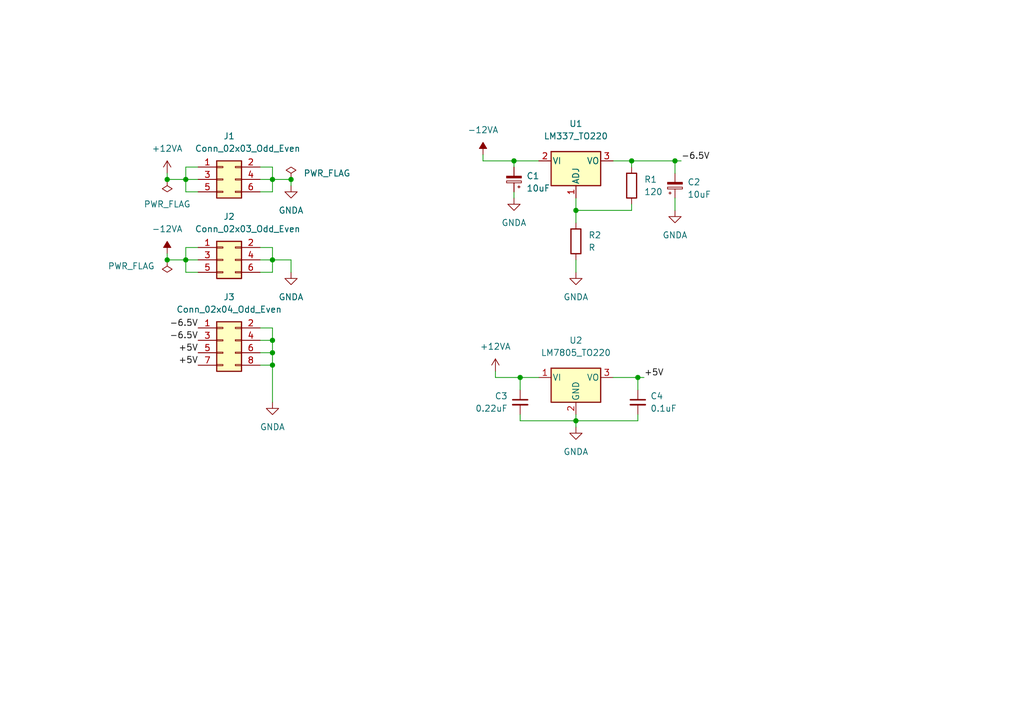
<source format=kicad_sch>
(kicad_sch (version 20211123) (generator eeschema)
  (paper "A5")
  (lib_symbols
    (symbol "Connector_Generic:Conn_02x03_Odd_Even" (pin_names (offset 1.016) hide)
      (property "Reference" "J" (at 1.27 5.08 0))
      (property "Value" "Conn_02x03_Odd_Even" (at 1.27 -5.08 0))
      (symbol "Conn_02x03_Odd_Even_1_1"
        (rectangle (start -1.27 -2.413) (end 0 -2.667) (stroke (width 0.1524)))
        (rectangle (start -1.27 0.127) (end 0 -0.127) (stroke (width 0.1524)))
        (rectangle (start -1.27 2.667) (end 0 2.413) (stroke (width 0.1524)))
        (rectangle (start -1.27 3.81) (end 3.81 -3.81) (stroke (width 0.254)) (fill (type background)))
        (rectangle (start 3.81 -2.413) (end 2.54 -2.667) (stroke (width 0.1524)))
        (rectangle (start 3.81 0.127) (end 2.54 -0.127) (stroke (width 0.1524)))
        (rectangle (start 3.81 2.667) (end 2.54 2.413) (stroke (width 0.1524)))
        (pin passive line (at -5.08 2.54 0) (length 3.81) (name "Pin_1") (number "1"))
        (pin passive line (at 7.62 2.54 180) (length 3.81) (name "Pin_2") (number "2"))
        (pin passive line (at -5.08 0 0) (length 3.81) (name "Pin_3") (number "3"))
        (pin passive line (at 7.62 0 180) (length 3.81) (name "Pin_4") (number "4"))
        (pin passive line (at -5.08 -2.54 0) (length 3.81) (name "Pin_5") (number "5"))
        (pin passive line (at 7.62 -2.54 180) (length 3.81) (name "Pin_6") (number "6"))
      )
    )
    (symbol "Connector_Generic:Conn_02x04_Odd_Even" (pin_names (offset 1.016) hide)
      (property "Reference" "J" (at 1.27 5.08 0))
      (property "Value" "Conn_02x04_Odd_Even" (at 1.27 -7.62 0))
      (symbol "Conn_02x04_Odd_Even_1_1"
        (rectangle (start -1.27 -4.953) (end 0 -5.207) (stroke (width 0.1524)))
        (rectangle (start -1.27 -2.413) (end 0 -2.667) (stroke (width 0.1524)))
        (rectangle (start -1.27 0.127) (end 0 -0.127) (stroke (width 0.1524)))
        (rectangle (start -1.27 2.667) (end 0 2.413) (stroke (width 0.1524)))
        (rectangle (start -1.27 3.81) (end 3.81 -6.35) (stroke (width 0.254)) (fill (type background)))
        (rectangle (start 3.81 -4.953) (end 2.54 -5.207) (stroke (width 0.1524)))
        (rectangle (start 3.81 -2.413) (end 2.54 -2.667) (stroke (width 0.1524)))
        (rectangle (start 3.81 0.127) (end 2.54 -0.127) (stroke (width 0.1524)))
        (rectangle (start 3.81 2.667) (end 2.54 2.413) (stroke (width 0.1524)))
        (pin passive line (at -5.08 2.54 0) (length 3.81) (name "Pin_1") (number "1"))
        (pin passive line (at 7.62 2.54 180) (length 3.81) (name "Pin_2") (number "2"))
        (pin passive line (at -5.08 0 0) (length 3.81) (name "Pin_3") (number "3"))
        (pin passive line (at 7.62 0 180) (length 3.81) (name "Pin_4") (number "4"))
        (pin passive line (at -5.08 -2.54 0) (length 3.81) (name "Pin_5") (number "5"))
        (pin passive line (at 7.62 -2.54 180) (length 3.81) (name "Pin_6") (number "6"))
        (pin passive line (at -5.08 -5.08 0) (length 3.81) (name "Pin_7") (number "7"))
        (pin passive line (at 7.62 -5.08 180) (length 3.81) (name "Pin_8") (number "8"))
      )
    )
    (symbol "Device:C_Polarized_Small" (pin_numbers hide) (pin_names (offset 0.254) hide)
      (property "Reference" "C" (at 0.254 1.778 0))
      (property "Value" "C_Polarized_Small" (at 0.254 -2.032 0))
      (symbol "C_Polarized_Small_0_1"
        (rectangle (start -1.524 -0.3048) (end 1.524 -0.6858) (fill (type outline)))
        (rectangle (start -1.524 0.6858) (end 1.524 0.3048))
        (polyline (pts (xy -1.27 1.524) (xy -0.762 1.524)))
        (polyline (pts (xy -1.016 1.27) (xy -1.016 1.778)))
      )
      (symbol "C_Polarized_Small_1_1"
        (pin passive line (at 0 2.54 270) (length 1.8542) (name "~") (number "1"))
        (pin passive line (at 0 -2.54 90) (length 1.8542) (name "~") (number "2"))
      )
    )
    (symbol "Device:C_Small" (pin_numbers hide) (pin_names (offset 0.254) hide)
      (property "Reference" "C" (at 0.254 1.778 0))
      (property "Value" "C_Small" (at 0.254 -2.032 0))
      (symbol "C_Small_0_1"
        (polyline (pts (xy -1.524 -0.508) (xy 1.524 -0.508)) (stroke (width 0.3302)))
        (polyline (pts (xy -1.524 0.508) (xy 1.524 0.508)) (stroke (width 0.3048)))
      )
      (symbol "C_Small_1_1"
        (pin passive line (at 0 2.54 270) (length 2.032) (name "~") (number "1"))
        (pin passive line (at 0 -2.54 90) (length 2.032) (name "~") (number "2"))
      )
    )
    (symbol "Device:R" (pin_numbers hide) (pin_names (offset 0))
      (property "Reference" "R" (at 2.032 0 90))
      (property "Value" "R" (at 0 0 90))
      (symbol "R_0_1"
        (rectangle (start -1.016 -2.54) (end 1.016 2.54) (stroke (width 0.254)))
      )
      (symbol "R_1_1"
        (pin passive line (at 0 3.81 270) (length 1.27) (name "~") (number "1"))
        (pin passive line (at 0 -3.81 90) (length 1.27) (name "~") (number "2"))
      )
    )
    (symbol "Regulator_Linear:LM337_TO220" (pin_names (offset 0.254))
      (property "Reference" "U" (at -3.81 -3.175 0))
      (property "Value" "LM337_TO220" (at 0 -3.175 0))
      (symbol "LM337_TO220_0_1"
        (rectangle (start -5.08 5.08) (end 5.08 -1.905) (stroke (width 0.254)) (fill (type background)))
      )
      (symbol "LM337_TO220_1_1"
        (pin input line (at 0 7.62 270) (length 2.54) (name "ADJ") (number "1"))
        (pin power_in line (at -7.62 0 0) (length 2.54) (name "VI") (number "2"))
        (pin power_out line (at 7.62 0 180) (length 2.54) (name "VO") (number "3"))
      )
    )
    (symbol "Regulator_Linear:LM7805_TO220" (pin_names (offset 0.254))
      (property "Reference" "U" (at -3.81 3.175 0))
      (property "Value" "LM7805_TO220" (at 0 3.175 0))
      (symbol "LM7805_TO220_0_1"
        (rectangle (start -5.08 1.905) (end 5.08 -5.08) (stroke (width 0.254)) (fill (type background)))
      )
      (symbol "LM7805_TO220_1_1"
        (pin power_in line (at -7.62 0 0) (length 2.54) (name "VI") (number "1"))
        (pin power_in line (at 0 -7.62 90) (length 2.54) (name "GND") (number "2"))
        (pin power_out line (at 7.62 0 180) (length 2.54) (name "VO") (number "3"))
      )
    )
    (symbol "power:+12VA" (power) (pin_names (offset 0))
      (property "Value" "+12VA" (at 0 3.556 0))
      (symbol "+12VA_0_1"
        (polyline (pts (xy -0.762 1.27) (xy 0 2.54)))
        (polyline (pts (xy 0 0) (xy 0 2.54)))
        (polyline (pts (xy 0 2.54) (xy 0.762 1.27)))
      )
      (symbol "+12VA_1_1"
        (pin power_in line (at 0 0 90) (length 0) hide (name "+12VA") (number "1"))
      )
    )
    (symbol "power:-12VA" (power) (pin_names (offset 0))
      (property "Value" "-12VA" (at 0 3.556 0))
      (symbol "-12VA_0_0"
        (pin power_in line (at 0 0 90) (length 0) hide (name "-12VA") (number "1"))
      )
      (symbol "-12VA_0_1"
        (polyline (pts (xy 0 0) (xy 0 1.27) (xy 0.762 1.27) (xy 0 2.54) (xy -0.762 1.27) (xy 0 1.27)) (fill (type outline)))
      )
    )
    (symbol "power:GNDA" (power) (pin_names (offset 0))
      (property "Value" "GNDA" (at 0 -3.81 0))
      (symbol "GNDA_0_1"
        (polyline (pts (xy 0 0) (xy 0 -1.27) (xy 1.27 -1.27) (xy 0 -2.54) (xy -1.27 -1.27) (xy 0 -1.27)))
      )
      (symbol "GNDA_1_1"
        (pin power_in line (at 0 0 270) (length 0) hide (name "GNDA") (number "1"))
      )
    )
    (symbol "power:PWR_FLAG" (power) (pin_numbers hide) (pin_names (offset 0) hide)
      (property "Value" "PWR_FLAG" (at 0 3.81 0))
      (symbol "PWR_FLAG_0_0"
        (pin power_out line (at 0 0 90) (length 0) (name "pwr") (number "1"))
      )
      (symbol "PWR_FLAG_0_1"
        (polyline (pts (xy 0 0) (xy 0 1.27) (xy -1.016 1.905) (xy 0 2.54) (xy 1.016 1.905) (xy 0 1.27)))
      )
    )
  )
  (junction (at 55.88 69.85))
  (junction (at 55.88 36.83))
  (junction (at 118.11 86.36))
  (junction (at 55.88 74.93))
  (junction (at 55.88 72.39))
  (junction (at 118.11 43.18))
  (junction (at 38.1 36.83))
  (junction (at 129.54 33.02))
  (junction (at 55.88 53.34))
  (junction (at 105.41 33.02))
  (junction (at 138.43 33.02))
  (junction (at 59.69 36.83))
  (junction (at 34.29 53.34))
  (junction (at 130.81 77.47))
  (junction (at 38.1 53.34))
  (junction (at 106.68 77.47))
  (junction (at 34.29 36.83))
  (wire (pts (xy 129.54 33.02) (xy 138.43 33.02)))
  (wire (pts (xy 118.11 43.18) (xy 118.11 45.72)))
  (wire (pts (xy 130.81 85.09) (xy 130.81 86.36)))
  (wire (pts (xy 40.64 55.88) (xy 38.1 55.88)))
  (wire (pts (xy 130.81 77.47) (xy 132.08 77.47)))
  (wire (pts (xy 118.11 43.18) (xy 129.54 43.18)))
  (wire (pts (xy 118.11 40.64) (xy 118.11 43.18)))
  (wire (pts (xy 59.69 38.1) (xy 59.69 36.83)))
  (wire (pts (xy 40.64 39.37) (xy 38.1 39.37)))
  (wire (pts (xy 101.6 76.2) (xy 101.6 77.47)))
  (wire (pts (xy 53.34 67.31) (xy 55.88 67.31)))
  (wire (pts (xy 53.34 55.88) (xy 55.88 55.88)))
  (wire (pts (xy 55.88 74.93) (xy 53.34 74.93)))
  (wire (pts (xy 105.41 34.29) (xy 105.41 33.02)))
  (wire (pts (xy 118.11 85.09) (xy 118.11 86.36)))
  (wire (pts (xy 55.88 69.85) (xy 55.88 72.39)))
  (wire (pts (xy 129.54 33.02) (xy 129.54 34.29)))
  (wire (pts (xy 138.43 40.64) (xy 138.43 43.18)))
  (wire (pts (xy 105.41 39.37) (xy 105.41 40.64)))
  (wire (pts (xy 55.88 50.8) (xy 55.88 53.34)))
  (wire (pts (xy 106.68 77.47) (xy 110.49 77.47)))
  (wire (pts (xy 38.1 53.34) (xy 38.1 55.88)))
  (wire (pts (xy 53.34 53.34) (xy 55.88 53.34)))
  (wire (pts (xy 38.1 36.83) (xy 40.64 36.83)))
  (wire (pts (xy 34.29 36.83) (xy 38.1 36.83)))
  (wire (pts (xy 53.34 72.39) (xy 55.88 72.39)))
  (wire (pts (xy 130.81 80.01) (xy 130.81 77.47)))
  (wire (pts (xy 38.1 50.8) (xy 38.1 53.34)))
  (wire (pts (xy 55.88 53.34) (xy 59.69 53.34)))
  (wire (pts (xy 53.34 50.8) (xy 55.88 50.8)))
  (wire (pts (xy 55.88 53.34) (xy 55.88 55.88)))
  (wire (pts (xy 38.1 36.83) (xy 38.1 39.37)))
  (wire (pts (xy 34.29 53.34) (xy 38.1 53.34)))
  (wire (pts (xy 53.34 34.29) (xy 55.88 34.29)))
  (wire (pts (xy 125.73 33.02) (xy 129.54 33.02)))
  (wire (pts (xy 55.88 67.31) (xy 55.88 69.85)))
  (wire (pts (xy 55.88 36.83) (xy 55.88 39.37)))
  (wire (pts (xy 55.88 74.93) (xy 55.88 82.55)))
  (wire (pts (xy 34.29 35.56) (xy 34.29 36.83)))
  (wire (pts (xy 99.06 31.75) (xy 99.06 33.02)))
  (wire (pts (xy 138.43 33.02) (xy 139.7 33.02)))
  (wire (pts (xy 34.29 52.07) (xy 34.29 53.34)))
  (wire (pts (xy 106.68 85.09) (xy 106.68 86.36)))
  (wire (pts (xy 40.64 34.29) (xy 38.1 34.29)))
  (wire (pts (xy 118.11 86.36) (xy 118.11 87.63)))
  (wire (pts (xy 138.43 35.56) (xy 138.43 33.02)))
  (wire (pts (xy 55.88 36.83) (xy 59.69 36.83)))
  (wire (pts (xy 125.73 77.47) (xy 130.81 77.47)))
  (wire (pts (xy 106.68 86.36) (xy 118.11 86.36)))
  (wire (pts (xy 55.88 34.29) (xy 55.88 36.83)))
  (wire (pts (xy 101.6 77.47) (xy 106.68 77.47)))
  (wire (pts (xy 99.06 33.02) (xy 105.41 33.02)))
  (wire (pts (xy 55.88 36.83) (xy 53.34 36.83)))
  (wire (pts (xy 53.34 39.37) (xy 55.88 39.37)))
  (wire (pts (xy 118.11 86.36) (xy 130.81 86.36)))
  (wire (pts (xy 38.1 34.29) (xy 38.1 36.83)))
  (wire (pts (xy 53.34 69.85) (xy 55.88 69.85)))
  (wire (pts (xy 106.68 77.47) (xy 106.68 80.01)))
  (wire (pts (xy 38.1 53.34) (xy 40.64 53.34)))
  (wire (pts (xy 59.69 55.88) (xy 59.69 53.34)))
  (wire (pts (xy 40.64 50.8) (xy 38.1 50.8)))
  (wire (pts (xy 129.54 41.91) (xy 129.54 43.18)))
  (wire (pts (xy 105.41 33.02) (xy 110.49 33.02)))
  (wire (pts (xy 55.88 72.39) (xy 55.88 74.93)))
  (wire (pts (xy 118.11 53.34) (xy 118.11 55.88)))
  (label "+5V" (at 132.08 77.47 0))
  (label "-6.5V" (at 40.64 69.85 180))
  (label "-6.5V" (at 139.7 33.02 0))
  (label "+5V" (at 40.64 74.93 180))
  (label "-6.5V" (at 40.64 67.31 180))
  (label "+5V" (at 40.64 72.39 180))
  (symbol (lib_id "Connector_Generic:Conn_02x04_Odd_Even") (at 45.72 69.85 0) (unit 1)
    (property "Reference" "J3" (at 46.99 60.96 0))
    (property "Value" "Conn_02x04_Odd_Even" (at 46.99 63.5 0))
    (property "Footprint" "Connector_PinHeader_2.54mm:PinHeader_2x04_P2.54mm_Vertical" (effects hide))
  )
  (symbol (lib_id "power:GNDA") (at 105.41 40.64 0) (unit 1)
    (property "Reference" "#PWR04" (effects hide))
    (property "Value" "GNDA" (at 105.41 45.72 0))
  )
  (symbol (lib_id "Device:C_Polarized_Small") (at 105.41 36.83 180) (unit 1)
    (property "Reference" "C1" (at 107.95 36.106 0) (effects (justify right)))
    (property "Value" "10uF" (at 107.95 38.646 0) (effects (justify right)))
    (property "Footprint" "Capacitor_THT:CP_Radial_D5.0mm_P2.00mm" (effects hide))
  )
  (symbol (lib_id "Device:C_Small") (at 106.68 82.55 0) (unit 1)
    (property "Reference" "C3" (at 104.14 81.2862 0) (effects (justify right)))
    (property "Value" "0.22uF" (at 104.14 83.8262 0) (effects (justify right)))
    (property "Footprint" "Capacitor_THT:C_Disc_D4.7mm_W2.5mm_P5.00mm" (effects hide))
  )
  (symbol (lib_id "power:+12VA") (at 34.29 35.56 0) (unit 1)
    (property "Reference" "#PWR02" (effects hide))
    (property "Value" "+12VA" (at 34.29 30.48 0))
  )
  (symbol (lib_id "Regulator_Linear:LM7805_TO220") (at 118.11 77.47 0) (unit 1)
    (property "Reference" "U2" (at 118.11 69.85 0))
    (property "Value" "LM7805_TO220" (at 118.11 72.39 0))
    (property "Footprint" "Package_TO_SOT_THT:TO-220-3_Vertical" (effects hide))
    (property "Datasheet" "https://www.onsemi.cn/PowerSolutions/document/MC7800-D.PDF" (effects hide))
  )
  (symbol (lib_id "power:GNDA") (at 59.69 38.1 0) (unit 1)
    (property "Reference" "#PWR03" (effects hide))
    (property "Value" "GNDA" (at 59.69 43.18 0))
  )
  (symbol (lib_id "Device:R") (at 118.11 49.53 0) (unit 1)
    (property "Reference" "R2" (at 120.65 48.2599 0) (effects (justify left)))
    (property "Value" "R" (at 120.65 50.7999 0) (effects (justify left)))
    (property "Footprint" "Resistor_THT:R_Axial_DIN0204_L3.6mm_D1.6mm_P2.54mm_Vertical" (effects hide))
  )
  (symbol (lib_id "Connector_Generic:Conn_02x03_Odd_Even") (at 45.72 36.83 0) (unit 1)
    (property "Reference" "J1" (at 46.99 27.94 0))
    (property "Value" "Conn_02x03_Odd_Even" (at 50.8 30.48 0))
    (property "Footprint" "Connector_PinHeader_2.54mm:PinHeader_2x03_P2.54mm_Vertical" (effects hide))
  )
  (symbol (lib_id "power:GNDA") (at 55.88 82.55 0) (unit 1)
    (property "Reference" "#PWR010" (effects hide))
    (property "Value" "GNDA" (at 55.88 87.63 0))
  )
  (symbol (lib_id "power:-12VA") (at 99.06 31.75 0) (unit 1)
    (property "Reference" "#PWR01" (effects hide))
    (property "Value" "-12VA" (at 99.06 26.67 0))
  )
  (symbol (lib_id "Device:C_Small") (at 130.81 82.55 0) (unit 1)
    (property "Reference" "C4" (at 133.35 81.2862 0) (effects (justify left)))
    (property "Value" "0.1uF" (at 133.35 83.8262 0) (effects (justify left)))
    (property "Footprint" "Capacitor_THT:C_Disc_D4.7mm_W2.5mm_P5.00mm" (effects hide))
  )
  (symbol (lib_id "Connector_Generic:Conn_02x03_Odd_Even") (at 45.72 53.34 0) (unit 1)
    (property "Reference" "J2" (at 46.99 44.45 0))
    (property "Value" "Conn_02x03_Odd_Even" (at 50.8 46.99 0))
    (property "Footprint" "Connector_PinHeader_2.54mm:PinHeader_2x03_P2.54mm_Vertical" (effects hide))
  )
  (symbol (lib_id "power:GNDA") (at 118.11 55.88 0) (unit 1)
    (property "Reference" "#PWR08" (effects hide))
    (property "Value" "GNDA" (at 118.11 60.96 0))
  )
  (symbol (lib_id "Device:C_Polarized_Small") (at 138.43 38.1 0) (mirror x) (unit 1)
    (property "Reference" "C2" (at 140.97 37.376 0) (effects (justify left)))
    (property "Value" "10uF" (at 140.97 39.916 0) (effects (justify left)))
    (property "Footprint" "Capacitor_THT:CP_Radial_D5.0mm_P2.00mm" (effects hide))
  )
  (symbol (lib_id "power:GNDA") (at 118.11 87.63 0) (unit 1)
    (property "Reference" "#PWR011" (effects hide))
    (property "Value" "GNDA" (at 118.11 92.71 0))
  )
  (symbol (lib_id "power:PWR_FLAG") (at 34.29 36.83 180) (unit 1)
    (property "Reference" "#FLG01" (effects hide))
    (property "Value" "PWR_FLAG" (at 34.29 41.91 0))
  )
  (symbol (lib_id "power:PWR_FLAG") (at 34.29 53.34 180) (unit 1)
    (property "Reference" "#FLG03" (effects hide))
    (property "Value" "PWR_FLAG" (at 31.75 54.6099 0) (effects (justify left)))
  )
  (symbol (lib_id "power:GNDA") (at 138.43 43.18 0) (unit 1)
    (property "Reference" "#PWR05" (effects hide))
    (property "Value" "GNDA" (at 138.43 48.26 0))
  )
  (symbol (lib_id "power:GNDA") (at 59.69 55.88 0) (unit 1)
    (property "Reference" "#PWR07" (effects hide))
    (property "Value" "GNDA" (at 59.69 60.96 0))
  )
  (symbol (lib_id "power:+12VA") (at 101.6 76.2 0) (unit 1)
    (property "Reference" "#PWR09" (effects hide))
    (property "Value" "+12VA" (at 101.6 71.12 0))
  )
  (symbol (lib_id "Regulator_Linear:LM337_TO220") (at 118.11 33.02 0) (mirror x) (unit 1)
    (property "Reference" "U1" (at 118.11 25.4 0))
    (property "Value" "LM337_TO220" (at 118.11 27.94 0))
    (property "Footprint" "Package_TO_SOT_THT:TO-220-3_Vertical" (effects hide))
    (property "Datasheet" "http://www.ti.com/lit/ds/symlink/lm337-n.pdf" (effects hide))
  )
  (symbol (lib_id "power:-12VA") (at 34.29 52.07 0) (unit 1)
    (property "Reference" "#PWR06" (effects hide))
    (property "Value" "-12VA" (at 34.29 46.99 0))
  )
  (symbol (lib_id "power:PWR_FLAG") (at 59.69 36.83 0) (unit 1)
    (property "Reference" "#FLG02" (effects hide))
    (property "Value" "PWR_FLAG" (at 62.23 35.5599 0) (effects (justify left)))
  )
  (symbol (lib_id "Device:R") (at 129.54 38.1 0) (unit 1)
    (property "Reference" "R1" (at 132.08 36.8299 0) (effects (justify left)))
    (property "Value" "120" (at 132.08 39.3699 0) (effects (justify left)))
    (property "Footprint" "Resistor_THT:R_Axial_DIN0204_L3.6mm_D1.6mm_P2.54mm_Vertical" (effects hide))
  )
)
</source>
